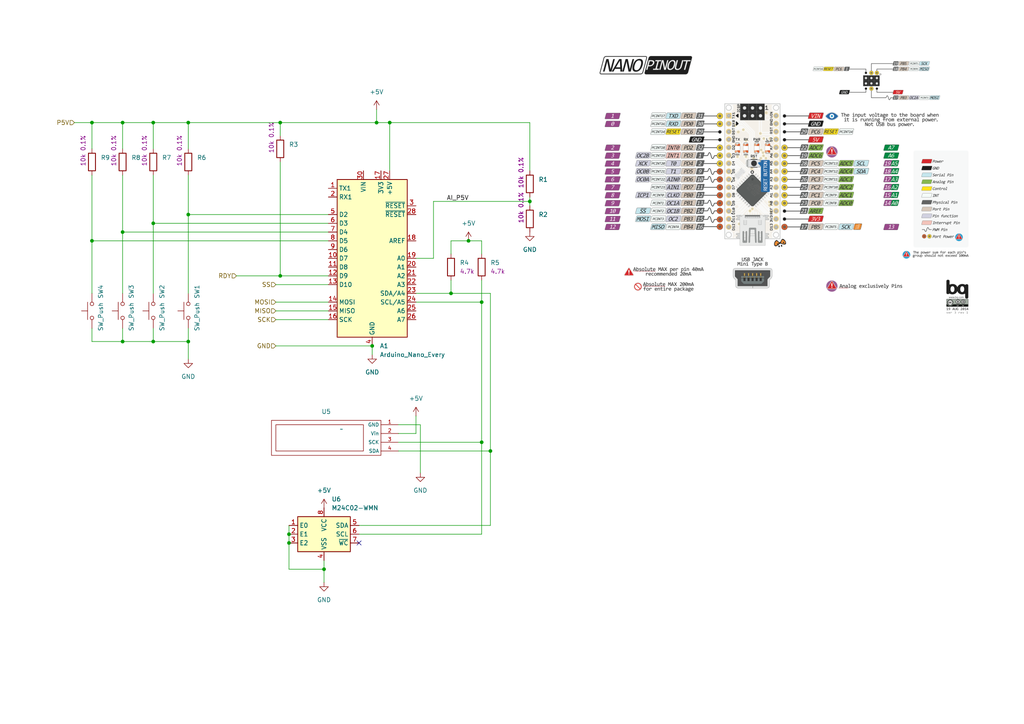
<source format=kicad_sch>
(kicad_sch (version 20230121) (generator eeschema)
  (paper "A4")
  (lib_symbols
    (symbol "Boards:0.91inchOled_32x128"
      (property "Reference" "U" (at -5.08 3.81 0))
      (symbol "0.91inchOled_32x128_0_1"
        (rectangle (start -25.4 2.54) (end 6.35 -7.62))
      )
      (symbol "0.91inchOled_32x128_1_0"
        (pin power_in line (at 11.43 1.27 180) (length 5.08) (name "GND") (number "1"))
        (pin power_in line (at 11.43 -1.27 180) (length 5.08) (name "Vin") (number "2"))
        (pin input line (at 11.43 -3.81 180) (length 5.08) (name "SCK") (number "3"))
        (pin bidirectional line (at 11.43 -6.35 180) (length 5.08) (name "SDA") (number "4"))
      )
      (symbol "0.91inchOled_32x128_1_1"
        (rectangle (start -24.13 1.27) (end 1.27 -6.35))
      )
    )
    (symbol "Boards:Arduino_Nano_Every"
      (property "Reference" "A" (at -10.16 23.495 0))
      (property "Value" "Arduino_Nano_Every" (at 5.08 -24.13 0))
      (symbol "Arduino_Nano_Every_0_1"
        (rectangle (start -10.16 22.86) (end 10.16 -22.86) (stroke (width 0.254)) (fill (type background)))
      )
      (symbol "Arduino_Nano_Every_1_1"
        (pin bidirectional line (at -12.7 20.32 0) (length 2.54) (name "TX1") (number "1"))
        (pin bidirectional line (at -12.7 0 0) (length 2.54) (name "D7") (number "10"))
        (pin bidirectional line (at -12.7 -2.54 0) (length 2.54) (name "D8") (number "11"))
        (pin bidirectional line (at -12.7 -5.08 0) (length 2.54) (name "D9") (number "12"))
        (pin bidirectional line (at -12.7 -7.62 0) (length 2.54) (name "D10") (number "13"))
        (pin bidirectional line (at -12.7 -12.7 0) (length 2.54) (name "MOSI") (number "14"))
        (pin bidirectional line (at -12.7 -15.24 0) (length 2.54) (name "MISO") (number "15"))
        (pin bidirectional line (at -12.7 -17.78 0) (length 2.54) (name "SCK") (number "16"))
        (pin power_out line (at 2.54 25.4 270) (length 2.54) (name "3V3") (number "17"))
        (pin input line (at 12.7 5.08 180) (length 2.54) (name "AREF") (number "18"))
        (pin bidirectional line (at 12.7 0 180) (length 2.54) (name "A0") (number "19"))
        (pin bidirectional line (at -12.7 17.78 0) (length 2.54) (name "RX1") (number "2"))
        (pin bidirectional line (at 12.7 -2.54 180) (length 2.54) (name "A1") (number "20"))
        (pin bidirectional line (at 12.7 -5.08 180) (length 2.54) (name "A2") (number "21"))
        (pin bidirectional line (at 12.7 -7.62 180) (length 2.54) (name "A3") (number "22"))
        (pin bidirectional line (at 12.7 -10.16 180) (length 2.54) (name "SDA/A4") (number "23"))
        (pin bidirectional line (at 12.7 -12.7 180) (length 2.54) (name "SCL/A5") (number "24"))
        (pin bidirectional line (at 12.7 -15.24 180) (length 2.54) (name "A6") (number "25"))
        (pin bidirectional line (at 12.7 -17.78 180) (length 2.54) (name "A7") (number "26"))
        (pin power_out line (at 5.08 25.4 270) (length 2.54) (name "+5V") (number "27"))
        (pin input line (at 12.7 12.7 180) (length 2.54) (name "~{RESET}") (number "28"))
        (pin passive line (at 0 -25.4 90) (length 2.54) hide (name "GND") (number "29"))
        (pin input line (at 12.7 15.24 180) (length 2.54) (name "~{RESET}") (number "3"))
        (pin power_in line (at -2.54 25.4 270) (length 2.54) (name "VIN") (number "30"))
        (pin power_in line (at 0 -25.4 90) (length 2.54) (name "GND") (number "4"))
        (pin bidirectional line (at -12.7 12.7 0) (length 2.54) (name "D2") (number "5"))
        (pin bidirectional line (at -12.7 10.16 0) (length 2.54) (name "D3") (number "6"))
        (pin bidirectional line (at -12.7 7.62 0) (length 2.54) (name "D4") (number "7"))
        (pin bidirectional line (at -12.7 5.08 0) (length 2.54) (name "D5") (number "8"))
        (pin bidirectional line (at -12.7 2.54 0) (length 2.54) (name "D6") (number "9"))
      )
    )
    (symbol "Memory_EEPROM:M24C02-WMN"
      (property "Reference" "U" (at -6.35 6.35 0))
      (property "Value" "M24C02-WMN" (at 7.62 6.35 0))
      (symbol "M24C02-WMN_0_1"
        (rectangle (start -7.62 5.08) (end 7.62 -5.08) (stroke (width 0.254)) (fill (type background)))
      )
      (symbol "M24C02-WMN_1_1"
        (pin input line (at -10.16 2.54 0) (length 2.54) (name "E0") (number "1"))
        (pin input line (at -10.16 0 0) (length 2.54) (name "E1") (number "2"))
        (pin input line (at -10.16 -2.54 0) (length 2.54) (name "E2") (number "3"))
        (pin power_in line (at 0 -7.62 90) (length 2.54) (name "VSS") (number "4"))
        (pin bidirectional line (at 10.16 2.54 180) (length 2.54) (name "SDA") (number "5"))
        (pin input line (at 10.16 0 180) (length 2.54) (name "SCL") (number "6"))
        (pin input line (at 10.16 -2.54 180) (length 2.54) (name "~{WC}") (number "7"))
        (pin power_in line (at 0 7.62 270) (length 2.54) (name "VCC") (number "8"))
      )
    )
    (symbol "PCM_4ms_Power-symbol:+5V" (power) (pin_names (offset 0))
      (property "Value" "+5V" (at 0 3.556 0))
      (symbol "+5V_0_1"
        (polyline (pts (xy -0.762 1.27) (xy 0 2.54)))
        (polyline (pts (xy 0 0) (xy 0 2.54)))
        (polyline (pts (xy 0 2.54) (xy 0.762 1.27)))
      )
      (symbol "+5V_1_1"
        (pin power_in line (at 0 0 90) (length 0) hide (name "+5V") (number "1"))
      )
    )
    (symbol "PCM_4ms_Power-symbol:GND" (power) (pin_names (offset 0))
      (property "Value" "GND" (at 0 -3.81 0))
      (symbol "GND_0_1"
        (polyline (pts (xy 0 0) (xy 0 -1.27) (xy 1.27 -1.27) (xy 0 -2.54) (xy -1.27 -1.27) (xy 0 -1.27)))
      )
      (symbol "GND_1_1"
        (pin power_in line (at 0 0 270) (length 0) hide (name "GND") (number "1"))
      )
    )
    (symbol "PCM_4ms_Resistor:10k_0603_0.1%" (pin_numbers hide) (pin_names (offset 0))
      (property "Reference" "R" (at 2.032 0 90))
      (property "Display" "10k 0.1%" (at 3.81 -4.445 90))
      (symbol "10k_0603_0.1%_0_1"
        (rectangle (start -1.016 -2.54) (end 1.016 2.54) (stroke (width 0.254)))
      )
      (symbol "10k_0603_0.1%_1_1"
        (pin passive line (at 0 3.81 270) (length 1.27) (name "~") (number "1"))
        (pin passive line (at 0 -3.81 90) (length 1.27) (name "~") (number "2"))
      )
    )
    (symbol "PCM_4ms_Resistor:4.7k_0603" (pin_numbers hide) (pin_names (offset 0))
      (property "Reference" "R" (at 2.032 0 90))
      (property "Display" "4.7k" (at 3.81 0 90))
      (symbol "4.7k_0603_0_1"
        (rectangle (start -1.016 -2.54) (end 1.016 2.54) (stroke (width 0.254)))
      )
      (symbol "4.7k_0603_1_1"
        (pin passive line (at 0 3.81 270) (length 1.27) (name "~") (number "1"))
        (pin passive line (at 0 -3.81 90) (length 1.27) (name "~") (number "2"))
      )
    )
    (symbol "Switch:SW_Push" (pin_numbers hide) (pin_names (offset 1.016) hide)
      (property "Reference" "SW" (at 1.27 2.54 0))
      (property "Value" "SW_Push" (at 0 -1.524 0))
      (symbol "SW_Push_0_1"
        (circle (center -2.032 0) (radius 0.508))
        (polyline (pts (xy 0 1.27) (xy 0 3.048)))
        (polyline (pts (xy 2.54 1.27) (xy -2.54 1.27)))
        (circle (center 2.032 0) (radius 0.508))
        (pin passive line (at -5.08 0 0) (length 2.54) (name "1") (number "1"))
        (pin passive line (at 5.08 0 180) (length 2.54) (name "2") (number "2"))
      )
    )
  )
  (junction (at 139.7 87.63))
  (junction (at 44.45 35.56))
  (junction (at 107.95 100.33))
  (junction (at 54.61 99.06))
  (junction (at 93.98 165.1))
  (junction (at 130.81 85.09))
  (junction (at 44.45 99.06))
  (junction (at 54.61 62.23))
  (junction (at 44.45 64.77))
  (junction (at 26.67 69.85))
  (junction (at 26.67 35.56))
  (junction (at 35.56 67.31))
  (junction (at 83.82 157.48))
  (junction (at 135.89 69.85))
  (junction (at 81.28 80.01))
  (junction (at 109.22 35.56))
  (junction (at 113.03 35.56))
  (junction (at 142.24 130.81))
  (junction (at 54.61 35.56))
  (junction (at 83.82 154.94))
  (junction (at 35.56 99.06))
  (junction (at 81.28 35.56))
  (junction (at 35.56 35.56))
  (junction (at 139.7 128.27))
  (junction (at 153.67 58.42))
  (no_connect (at 104.14 157.48))
  (wire (pts (xy 83.82 157.48) (xy 83.82 154.94)))
  (wire (pts (xy 115.57 125.73) (xy 120.65 125.73)))
  (wire (pts (xy 139.7 81.28) (xy 139.7 87.63)))
  (wire (pts (xy 44.45 35.56) (xy 54.61 35.56)))
  (wire (pts (xy 139.7 154.94) (xy 139.7 128.27)))
  (wire (pts (xy 26.67 35.56) (xy 35.56 35.56)))
  (wire (pts (xy 26.67 95.25) (xy 26.67 99.06)))
  (wire (pts (xy 26.67 35.56) (xy 26.67 43.18)))
  (wire (pts (xy 109.22 31.75) (xy 109.22 35.56)))
  (wire (pts (xy 130.81 73.66) (xy 130.81 69.85)))
  (wire (pts (xy 107.95 100.33) (xy 107.95 102.87)))
  (wire (pts (xy 107.95 100.33) (xy 80.01 100.33)))
  (wire (pts (xy 54.61 50.8) (xy 54.61 62.23)))
  (wire (pts (xy 44.45 95.25) (xy 44.45 99.06)))
  (wire (pts (xy 130.81 85.09) (xy 120.65 85.09)))
  (wire (pts (xy 80.01 92.71) (xy 95.25 92.71)))
  (wire (pts (xy 121.92 123.19) (xy 121.92 137.16)))
  (wire (pts (xy 109.22 35.56) (xy 113.03 35.56)))
  (wire (pts (xy 81.28 35.56) (xy 109.22 35.56)))
  (wire (pts (xy 44.45 50.8) (xy 44.45 64.77)))
  (wire (pts (xy 80.01 87.63) (xy 95.25 87.63)))
  (wire (pts (xy 93.98 165.1) (xy 83.82 165.1)))
  (wire (pts (xy 83.82 154.94) (xy 83.82 152.4)))
  (wire (pts (xy 81.28 35.56) (xy 81.28 39.37)))
  (wire (pts (xy 115.57 123.19) (xy 121.92 123.19)))
  (wire (pts (xy 44.45 43.18) (xy 44.45 35.56)))
  (wire (pts (xy 54.61 95.25) (xy 54.61 99.06)))
  (wire (pts (xy 153.67 35.56) (xy 153.67 49.53)))
  (wire (pts (xy 153.67 58.42) (xy 153.67 59.69)))
  (wire (pts (xy 26.67 69.85) (xy 26.67 85.09)))
  (wire (pts (xy 80.01 82.55) (xy 95.25 82.55)))
  (wire (pts (xy 104.14 152.4) (xy 142.24 152.4)))
  (wire (pts (xy 142.24 85.09) (xy 130.81 85.09)))
  (wire (pts (xy 80.01 90.17) (xy 95.25 90.17)))
  (wire (pts (xy 93.98 168.91) (xy 93.98 165.1)))
  (wire (pts (xy 115.57 128.27) (xy 139.7 128.27)))
  (wire (pts (xy 130.81 81.28) (xy 130.81 85.09)))
  (wire (pts (xy 54.61 35.56) (xy 81.28 35.56)))
  (wire (pts (xy 54.61 35.56) (xy 54.61 43.18)))
  (wire (pts (xy 81.28 46.99) (xy 81.28 80.01)))
  (wire (pts (xy 26.67 50.8) (xy 26.67 69.85)))
  (wire (pts (xy 93.98 165.1) (xy 93.98 162.56)))
  (wire (pts (xy 54.61 62.23) (xy 54.61 85.09)))
  (wire (pts (xy 120.65 125.73) (xy 120.65 120.65)))
  (wire (pts (xy 35.56 67.31) (xy 95.25 67.31)))
  (wire (pts (xy 35.56 67.31) (xy 35.56 85.09)))
  (wire (pts (xy 142.24 152.4) (xy 142.24 130.81)))
  (wire (pts (xy 35.56 50.8) (xy 35.56 67.31)))
  (wire (pts (xy 54.61 62.23) (xy 95.25 62.23)))
  (wire (pts (xy 142.24 130.81) (xy 142.24 85.09)))
  (wire (pts (xy 104.14 154.94) (xy 139.7 154.94)))
  (wire (pts (xy 125.73 58.42) (xy 153.67 58.42)))
  (wire (pts (xy 120.65 74.93) (xy 125.73 74.93)))
  (wire (pts (xy 44.45 64.77) (xy 95.25 64.77)))
  (wire (pts (xy 113.03 35.56) (xy 113.03 49.53)))
  (wire (pts (xy 35.56 35.56) (xy 35.56 43.18)))
  (wire (pts (xy 135.89 69.85) (xy 139.7 69.85)))
  (wire (pts (xy 35.56 95.25) (xy 35.56 99.06)))
  (wire (pts (xy 115.57 130.81) (xy 142.24 130.81)))
  (wire (pts (xy 26.67 99.06) (xy 35.56 99.06)))
  (wire (pts (xy 139.7 87.63) (xy 120.65 87.63)))
  (wire (pts (xy 139.7 69.85) (xy 139.7 73.66)))
  (wire (pts (xy 81.28 80.01) (xy 95.25 80.01)))
  (wire (pts (xy 125.73 74.93) (xy 125.73 58.42)))
  (wire (pts (xy 21.59 35.56) (xy 26.67 35.56)))
  (wire (pts (xy 153.67 58.42) (xy 153.67 57.15)))
  (wire (pts (xy 54.61 99.06) (xy 54.61 104.14)))
  (wire (pts (xy 35.56 35.56) (xy 44.45 35.56)))
  (wire (pts (xy 68.58 80.01) (xy 81.28 80.01)))
  (wire (pts (xy 44.45 99.06) (xy 54.61 99.06)))
  (wire (pts (xy 26.67 69.85) (xy 95.25 69.85)))
  (wire (pts (xy 113.03 35.56) (xy 153.67 35.56)))
  (wire (pts (xy 44.45 64.77) (xy 44.45 85.09)))
  (wire (pts (xy 83.82 165.1) (xy 83.82 157.48)))
  (wire (pts (xy 35.56 99.06) (xy 44.45 99.06)))
  (wire (pts (xy 139.7 128.27) (xy 139.7 87.63)))
  (wire (pts (xy 130.81 69.85) (xy 135.89 69.85)))
  (image (at 227.33 53.34) (scale 0.741512))
  (label "AI_P5V" (at 129.54 58.42 0))
  (hierarchical_label "RDY" (shape input) (at 68.58 80.01 180))
  (hierarchical_label "MISO" (shape input) (at 80.01 90.17 180))
  (hierarchical_label "MOSI" (shape input) (at 80.01 87.63 180))
  (hierarchical_label "SS" (shape input) (at 80.01 82.55 180))
  (hierarchical_label "P5V" (shape input) (at 21.59 35.56 180))
  (hierarchical_label "SCK" (shape input) (at 80.01 92.71 180))
  (hierarchical_label "GND" (shape input) (at 80.01 100.33 180))
  (symbol (lib_id "PCM_4ms_Resistor:10k_0603_0.1%") (at 153.67 53.34 0) (unit 1)
    (property "Reference" "R1" (at 156.21 52.07 0) (effects (justify left)))
    (property "Value" "10k_0603_0.1%" (effects hide))
    (property "Footprint" "PCM_4ms_Resistor:R_0603" (effects hide))
    (property "Display" "10k 0.1%" (at 151.13 54.61 90) (effects (justify left)))
    (property "Specifications" "10k, 0.1%, 1/16W, 0603, 25ppm" (effects hide))
    (property "Manufacturer" "Panasonic" (effects hide))
    (property "Part Number" "ERJ-PB3B1002V" (effects hide))
    (property "Manufacturer 2" "Yageo" (effects hide))
    (property "Part Number 2" "RT0603BRD1010KL" (effects hide))
  )
  (symbol (lib_id "PCM_4ms_Power-symbol:GND") (at 107.95 102.87 0) (unit 1)
    (property "Reference" "#PWR011" (effects hide))
    (property "Value" "GND" (at 107.95 107.95 0))
  )
  (symbol (lib_id "Boards:Arduino_Nano_Every") (at 107.95 74.93 0) (unit 1)
    (property "Reference" "A1" (at 110.1441 100.33 0) (effects (justify left)))
    (property "Value" "Arduino_Nano_Every" (at 110.1441 102.87 0) (effects (justify left)))
    (property "Footprint" "Boards:Arduino_Nano" (effects hide))
    (property "Datasheet" "https://content.arduino.cc/assets/NANOEveryV3.0_sch.pdf" (effects hide))
  )
  (symbol (lib_id "PCM_4ms_Power-symbol:+5V") (at 93.98 147.32 0) (unit 1)
    (property "Reference" "#PWR017" (effects hide))
    (property "Value" "+5V" (at 93.98 142.24 0))
  )
  (symbol (lib_id "PCM_4ms_Resistor:10k_0603_0.1%") (at 44.45 46.99 0) (unit 1)
    (property "Reference" "R7" (at 46.99 45.72 0) (effects (justify left)))
    (property "Value" "10k_0603_0.1%" (effects hide))
    (property "Footprint" "PCM_4ms_Resistor:R_0603" (effects hide))
    (property "Display" "10k 0.1%" (at 41.91 48.26 90) (effects (justify left)))
    (property "Specifications" "10k, 0.1%, 1/16W, 0603, 25ppm" (effects hide))
    (property "Manufacturer" "Panasonic" (effects hide))
    (property "Part Number" "ERJ-PB3B1002V" (effects hide))
    (property "Manufacturer 2" "Yageo" (effects hide))
    (property "Part Number 2" "RT0603BRD1010KL" (effects hide))
  )
  (symbol (lib_id "PCM_4ms_Power-symbol:+5V") (at 120.65 120.65 0) (unit 1)
    (property "Reference" "#PWR015" (effects hide))
    (property "Value" "+5V" (at 120.65 115.57 0))
  )
  (symbol (lib_id "PCM_4ms_Power-symbol:+5V") (at 135.89 69.85 0) (unit 1)
    (property "Reference" "#PWR018" (effects hide))
    (property "Value" "+5V" (at 135.89 64.77 0))
  )
  (symbol (lib_id "PCM_4ms_Power-symbol:GND") (at 121.92 137.16 0) (unit 1)
    (property "Reference" "#PWR013" (effects hide))
    (property "Value" "GND" (at 121.92 142.24 0))
  )
  (symbol (lib_id "PCM_4ms_Resistor:10k_0603_0.1%") (at 81.28 43.18 0) (unit 1)
    (property "Reference" "R3" (at 83.82 41.91 0) (effects (justify left)))
    (property "Value" "10k_0603_0.1%" (effects hide))
    (property "Footprint" "PCM_4ms_Resistor:R_0603" (effects hide))
    (property "Display" "10k 0.1%" (at 78.74 44.45 90) (effects (justify left)))
    (property "Specifications" "10k, 0.1%, 1/16W, 0603, 25ppm" (effects hide))
    (property "Manufacturer" "Panasonic" (effects hide))
    (property "Part Number" "ERJ-PB3B1002V" (effects hide))
    (property "Manufacturer 2" "Yageo" (effects hide))
    (property "Part Number 2" "RT0603BRD1010KL" (effects hide))
  )
  (symbol (lib_id "PCM_4ms_Power-symbol:GND") (at 153.67 67.31 0) (unit 1)
    (property "Reference" "#PWR012" (effects hide))
    (property "Value" "GND" (at 153.67 72.39 0))
  )
  (symbol (lib_id "Switch:SW_Push") (at 44.45 90.17 90) (unit 1)
    (property "Reference" "SW2" (at 46.99 82.55 0) (effects (justify right)))
    (property "Value" "SW_Push" (at 46.99 87.63 0) (effects (justify right)))
    (property "Footprint" "Button_Switch_THT:SW_PUSH_6mm_H4.3mm" (effects hide))
  )
  (symbol (lib_id "PCM_4ms_Power-symbol:+5V") (at 109.22 31.75 0) (unit 1)
    (property "Reference" "#PWR014" (effects hide))
    (property "Value" "+5V" (at 109.22 26.67 0))
  )
  (symbol (lib_id "PCM_4ms_Resistor:4.7k_0603") (at 139.7 77.47 0) (unit 1)
    (property "Reference" "R5" (at 142.24 76.2 0) (effects (justify left)))
    (property "Value" "4.7k_0603" (effects hide))
    (property "Footprint" "PCM_4ms_Resistor:R_0603" (effects hide))
    (property "Specifications" "4k7, 1%, 1/10W, 0603" (effects hide))
    (property "Manufacturer" "Yageo" (effects hide))
    (property "Part Number" "RC0603FR-074K7L" (effects hide))
    (property "Display" "4.7k" (at 142.24 78.74 0) (effects (justify left)))
    (property "JLCPCB ID" "C23162" (effects hide))
  )
  (symbol (lib_id "Memory_EEPROM:M24C02-WMN") (at 93.98 154.94 0) (unit 1)
    (property "Reference" "U6" (at 96.1741 144.78 0) (effects (justify left)))
    (property "Value" "M24C02-WMN" (at 96.1741 147.32 0) (effects (justify left)))
    (property "Footprint" "Package_SO:SOIC-8_3.9x4.9mm_P1.27mm" (effects hide))
    (property "Datasheet" "http://www.st.com/content/ccc/resource/technical/document/datasheet/b0/d8/50/40/5a/85/49/6f/DM00071904.pdf/files/DM00071904.pdf/jcr:content/translations/en.DM00071904.pdf" (effects hide))
  )
  (symbol (lib_id "Switch:SW_Push") (at 26.67 90.17 90) (unit 1)
    (property "Reference" "SW4" (at 29.21 82.55 0) (effects (justify right)))
    (property "Value" "SW_Push" (at 29.21 87.63 0) (effects (justify right)))
    (property "Footprint" "Button_Switch_THT:SW_PUSH_6mm_H4.3mm" (effects hide))
  )
  (symbol (lib_id "PCM_4ms_Resistor:10k_0603_0.1%") (at 153.67 63.5 0) (unit 1)
    (property "Reference" "R2" (at 156.21 62.23 0) (effects (justify left)))
    (property "Value" "10k_0603_0.1%" (effects hide))
    (property "Footprint" "PCM_4ms_Resistor:R_0603" (effects hide))
    (property "Display" "10k 0.1%" (at 151.13 64.77 90) (effects (justify left)))
    (property "Specifications" "10k, 0.1%, 1/16W, 0603, 25ppm" (effects hide))
    (property "Manufacturer" "Panasonic" (effects hide))
    (property "Part Number" "ERJ-PB3B1002V" (effects hide))
    (property "Manufacturer 2" "Yageo" (effects hide))
    (property "Part Number 2" "RT0603BRD1010KL" (effects hide))
  )
  (symbol (lib_id "PCM_4ms_Resistor:4.7k_0603") (at 130.81 77.47 0) (unit 1)
    (property "Reference" "R4" (at 133.35 76.2 0) (effects (justify left)))
    (property "Value" "4.7k_0603" (effects hide))
    (property "Footprint" "PCM_4ms_Resistor:R_0603" (effects hide))
    (property "Specifications" "4k7, 1%, 1/10W, 0603" (effects hide))
    (property "Manufacturer" "Yageo" (effects hide))
    (property "Part Number" "RC0603FR-074K7L" (effects hide))
    (property "Display" "4.7k" (at 133.35 78.74 0) (effects (justify left)))
    (property "JLCPCB ID" "C23162" (effects hide))
  )
  (symbol (lib_id "Boards:0.91inchOled_32x128") (at 104.14 124.46 0) (unit 1)
    (property "Reference" "U5" (at 94.615 119.38 0))
    (property "Value" "~" (at 99.06 124.46 0))
    (property "Footprint" "Boards:SSD1306-0.91-OLED-4pin-128x32" (effects hide))
  )
  (symbol (lib_id "Switch:SW_Push") (at 54.61 90.17 90) (unit 1)
    (property "Reference" "SW1" (at 57.15 82.55 0) (effects (justify right)))
    (property "Value" "SW_Push" (at 57.15 87.63 0) (effects (justify right)))
    (property "Footprint" "Button_Switch_THT:SW_PUSH_6mm_H4.3mm" (effects hide))
  )
  (symbol (lib_id "PCM_4ms_Power-symbol:GND") (at 54.61 104.14 0) (unit 1)
    (property "Reference" "#PWR019" (effects hide))
    (property "Value" "GND" (at 54.61 109.22 0))
  )
  (symbol (lib_id "PCM_4ms_Resistor:10k_0603_0.1%") (at 26.67 46.99 0) (unit 1)
    (property "Reference" "R9" (at 29.21 45.72 0) (effects (justify left)))
    (property "Value" "10k_0603_0.1%" (effects hide))
    (property "Footprint" "PCM_4ms_Resistor:R_0603" (effects hide))
    (property "Display" "10k 0.1%" (at 24.13 48.26 90) (effects (justify left)))
    (property "Specifications" "10k, 0.1%, 1/16W, 0603, 25ppm" (effects hide))
    (property "Manufacturer" "Panasonic" (effects hide))
    (property "Part Number" "ERJ-PB3B1002V" (effects hide))
    (property "Manufacturer 2" "Yageo" (effects hide))
    (property "Part Number 2" "RT0603BRD1010KL" (effects hide))
  )
  (symbol (lib_id "Switch:SW_Push") (at 35.56 90.17 90) (unit 1)
    (property "Reference" "SW3" (at 38.1 82.55 0) (effects (justify right)))
    (property "Value" "SW_Push" (at 38.1 87.63 0) (effects (justify right)))
    (property "Footprint" "Button_Switch_THT:SW_PUSH_6mm_H4.3mm" (effects hide))
  )
  (symbol (lib_id "PCM_4ms_Resistor:10k_0603_0.1%") (at 54.61 46.99 0) (unit 1)
    (property "Reference" "R6" (at 57.15 45.72 0) (effects (justify left)))
    (property "Value" "10k_0603_0.1%" (effects hide))
    (property "Footprint" "PCM_4ms_Resistor:R_0603" (effects hide))
    (property "Display" "10k 0.1%" (at 52.07 48.26 90) (effects (justify left)))
    (property "Specifications" "10k, 0.1%, 1/16W, 0603, 25ppm" (effects hide))
    (property "Manufacturer" "Panasonic" (effects hide))
    (property "Part Number" "ERJ-PB3B1002V" (effects hide))
    (property "Manufacturer 2" "Yageo" (effects hide))
    (property "Part Number 2" "RT0603BRD1010KL" (effects hide))
  )
  (symbol (lib_id "PCM_4ms_Resistor:10k_0603_0.1%") (at 35.56 46.99 0) (unit 1)
    (property "Reference" "R8" (at 38.1 45.72 0) (effects (justify left)))
    (property "Value" "10k_0603_0.1%" (effects hide))
    (property "Footprint" "PCM_4ms_Resistor:R_0603" (effects hide))
    (property "Display" "10k 0.1%" (at 33.02 48.26 90) (effects (justify left)))
    (property "Specifications" "10k, 0.1%, 1/16W, 0603, 25ppm" (effects hide))
    (property "Manufacturer" "Panasonic" (effects hide))
    (property "Part Number" "ERJ-PB3B1002V" (effects hide))
    (property "Manufacturer 2" "Yageo" (effects hide))
    (property "Part Number 2" "RT0603BRD1010KL" (effects hide))
  )
  (symbol (lib_id "PCM_4ms_Power-symbol:GND") (at 93.98 168.91 0) (unit 1)
    (property "Reference" "#PWR016" (effects hide))
    (property "Value" "GND" (at 93.98 173.99 0))
  )
)
</source>
